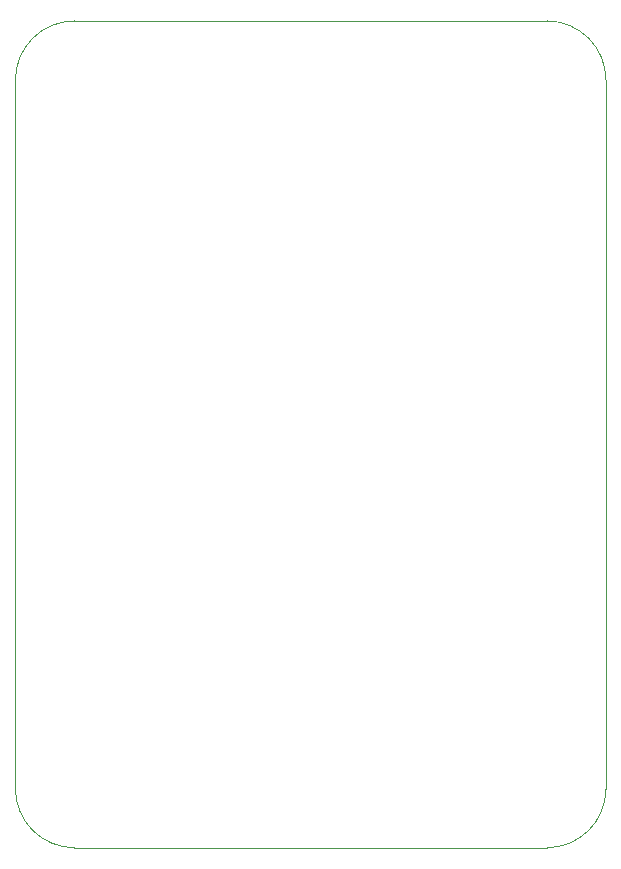
<source format=gbr>
G04 #@! TF.FileFunction,Profile,NP*
%FSLAX46Y46*%
G04 Gerber Fmt 4.6, Leading zero omitted, Abs format (unit mm)*
G04 Created by KiCad (PCBNEW 4.0.1-3.201512221401+6198~38~ubuntu15.10.1-stable) date dom 03 ene 2016 23:47:09 ART*
%MOMM*%
G01*
G04 APERTURE LIST*
%ADD10C,0.100000*%
G04 APERTURE END LIST*
D10*
X192000000Y-88000000D02*
G75*
G03X187000000Y-83000000I-5000000J0D01*
G01*
X147000000Y-83000000D02*
G75*
G03X142000000Y-88000000I0J-5000000D01*
G01*
X142000000Y-148000000D02*
G75*
G03X147000000Y-153000000I5000000J0D01*
G01*
X187000000Y-153000000D02*
G75*
G03X192000000Y-148000000I0J5000000D01*
G01*
X142000000Y-148000000D02*
X142000000Y-88000000D01*
X187000000Y-153000000D02*
X147000000Y-153000000D01*
X192000000Y-88000000D02*
X192000000Y-148000000D01*
X147000000Y-83000000D02*
X187000000Y-83000000D01*
M02*

</source>
